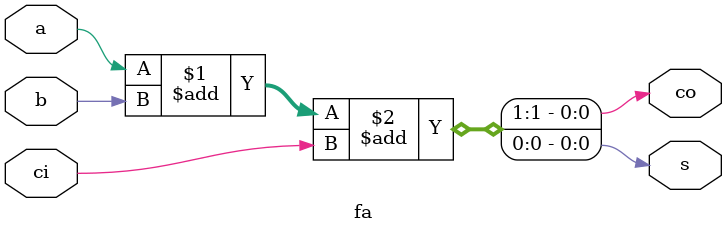
<source format=v>
`timescale 1ns / 1ps


module fa(
    input a, // 1 Bit input
    input b, // 1 bit input
    input ci, // Carry in
    output s, // Sum Out
    output co // Carry Out
    );

    assign {co, s} = a + b + ci;
    
endmodule

</source>
